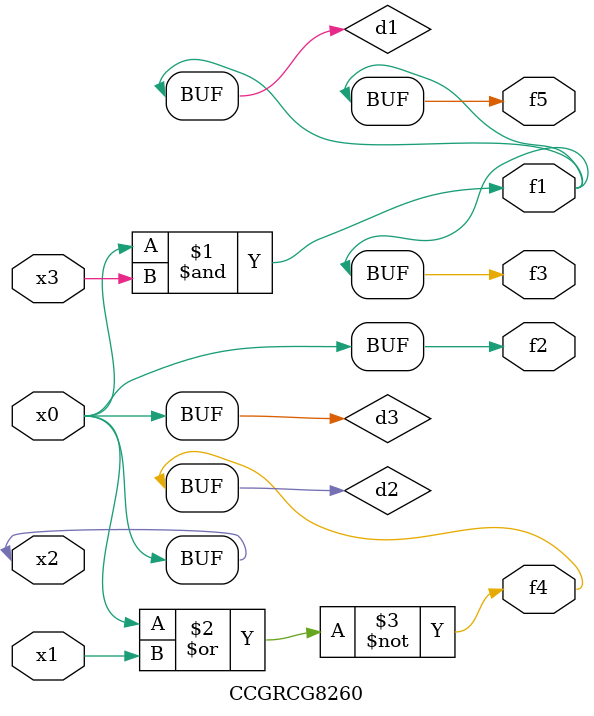
<source format=v>
module CCGRCG8260(
	input x0, x1, x2, x3,
	output f1, f2, f3, f4, f5
);

	wire d1, d2, d3;

	and (d1, x2, x3);
	nor (d2, x0, x1);
	buf (d3, x0, x2);
	assign f1 = d1;
	assign f2 = d3;
	assign f3 = d1;
	assign f4 = d2;
	assign f5 = d1;
endmodule

</source>
